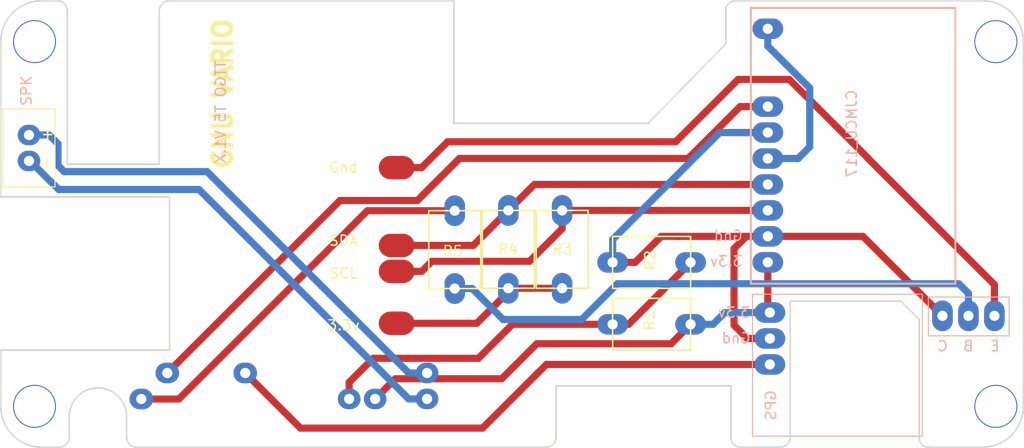
<source format=kicad_pcb>
(kicad_pcb (version 20171130) (host pcbnew "(5.0.0)")

  (general
    (thickness 1.6)
    (drawings 51)
    (tracks 114)
    (zones 0)
    (modules 15)
    (nets 15)
  )

  (page A4)
  (title_block
    (title "GNU Vario for TTGO T5")
    (date 2019-06-17)
    (rev "V 1.3")
    (company Ratamuse)
  )

  (layers
    (0 F.Cu signal)
    (31 B.Cu signal)
    (32 B.Adhes user hide)
    (33 F.Adhes user hide)
    (34 B.Paste user hide)
    (35 F.Paste user hide)
    (36 B.SilkS user)
    (37 F.SilkS user)
    (38 B.Mask user)
    (39 F.Mask user)
    (40 Dwgs.User user hide)
    (41 Cmts.User user hide)
    (42 Eco1.User user)
    (43 Eco2.User user hide)
    (44 Edge.Cuts user)
    (45 Margin user hide)
    (46 B.CrtYd user hide)
    (47 F.CrtYd user hide)
    (48 B.Fab user hide)
    (49 F.Fab user hide)
  )

  (setup
    (last_trace_width 0.7)
    (trace_clearance 0.3)
    (zone_clearance 0.1)
    (zone_45_only no)
    (trace_min 0.2)
    (segment_width 0.2)
    (edge_width 0.2)
    (via_size 0.8)
    (via_drill 0.4)
    (via_min_size 0.4)
    (via_min_drill 0.3)
    (uvia_size 0.3)
    (uvia_drill 0.1)
    (uvias_allowed no)
    (uvia_min_size 0.2)
    (uvia_min_drill 0.1)
    (pcb_text_width 0.3)
    (pcb_text_size 1.5 1.5)
    (mod_edge_width 0.15)
    (mod_text_size 1 1)
    (mod_text_width 0.15)
    (pad_size 2 2.2)
    (pad_drill 1)
    (pad_to_mask_clearance 0.2)
    (aux_axis_origin 0 0)
    (visible_elements 7FFFFFFF)
    (pcbplotparams
      (layerselection 0x010f0_ffffffff)
      (usegerberextensions true)
      (usegerberattributes true)
      (usegerberadvancedattributes false)
      (creategerberjobfile false)
      (excludeedgelayer false)
      (linewidth 0.100000)
      (plotframeref false)
      (viasonmask false)
      (mode 1)
      (useauxorigin true)
      (hpglpennumber 1)
      (hpglpenspeed 20)
      (hpglpendiameter 15.000000)
      (psnegative false)
      (psa4output false)
      (plotreference true)
      (plotvalue true)
      (plotinvisibletext false)
      (padsonsilk true)
      (subtractmaskfromsilk false)
      (outputformat 1)
      (mirror false)
      (drillshape 0)
      (scaleselection 1)
      (outputdirectory "JLCPCB/"))
  )

  (net 0 "")
  (net 1 "Net-(ESP321-Pad3)")
  (net 2 "Net-(ESP321-Pad4)")
  (net 3 "Net-(ESP321-Pad20)")
  (net 4 "Net-(ESP321-Pad23)")
  (net 5 "Net-(U1-Pad10)")
  (net 6 "Net-(J1-Pad1)")
  (net 7 "Net-(J1-Pad3)")
  (net 8 "Net-(J1-Pad4)")
  (net 9 "Net-(J1-Pad5)")
  (net 10 "Net-(Q1-Pad2)")
  (net 11 "Net-(Q1-Pad3)")
  (net 12 "Net-(ESP321-Pad12)")
  (net 13 "Net-(ESP321-Pad13)")
  (net 14 "Net-(ESP321-Pad1)")

  (net_class Default "Ceci est la Netclass par défaut."
    (clearance 0.3)
    (trace_width 0.7)
    (via_dia 0.8)
    (via_drill 0.4)
    (uvia_dia 0.3)
    (uvia_drill 0.1)
    (add_net "Net-(ESP321-Pad1)")
    (add_net "Net-(ESP321-Pad12)")
    (add_net "Net-(ESP321-Pad13)")
    (add_net "Net-(ESP321-Pad20)")
    (add_net "Net-(ESP321-Pad23)")
    (add_net "Net-(ESP321-Pad3)")
    (add_net "Net-(ESP321-Pad4)")
    (add_net "Net-(J1-Pad1)")
    (add_net "Net-(J1-Pad3)")
    (add_net "Net-(J1-Pad4)")
    (add_net "Net-(J1-Pad5)")
    (add_net "Net-(Q1-Pad2)")
    (add_net "Net-(Q1-Pad3)")
    (add_net "Net-(U1-Pad10)")
  )

  (module modules:Speaker (layer B.Cu) (tedit 5D128EBC) (tstamp 5D1290B6)
    (at 90.8 76.5 270)
    (path /5D129FC5)
    (fp_text reference SPK (at -1.8 2.8 270) (layer B.SilkS)
      (effects (font (size 1 1) (thickness 0.15)))
    )
    (fp_text value Speaker (at 3.74 5.84 270) (layer B.Adhes)
      (effects (font (size 1 1) (thickness 0.15)) (justify mirror))
    )
    (fp_text user - (at 5.25 0.89 270) (layer F.SilkS)
      (effects (font (size 1 1) (thickness 0.15)))
    )
    (fp_text user + (at 2.5 0.79 270) (layer F.SilkS)
      (effects (font (size 1 1) (thickness 0.15)))
    )
    (fp_line (start 7.62 0) (end 0 0) (layer F.SilkS) (width 0.1))
    (fp_line (start 7.62 5.08) (end 7.62 0) (layer F.SilkS) (width 0.1))
    (fp_line (start 0 5.08) (end 7.62 5.08) (layer F.SilkS) (width 0.1))
    (fp_line (start 0 0) (end 0 5.08) (layer F.SilkS) (width 0.1))
    (pad 2 thru_hole oval (at 5.08 2.54 270) (size 2 2.2) (drill 1) (layers *.Cu *.Paste *.Mask)
      (net 14 "Net-(ESP321-Pad1)"))
    (pad 1 thru_hole oval (at 2.54 2.54 270) (size 2 2.2) (drill 1) (layers *.Cu *.Paste *.Mask)
      (net 13 "Net-(ESP321-Pad13)"))
  )

  (module "modules:trou pads" (layer F.Cu) (tedit 5D129581) (tstamp 5D128189)
    (at 88.8 105.6)
    (fp_text reference REF** (at -10.9 3.8) (layer F.Fab)
      (effects (font (size 1 1) (thickness 0.15)))
    )
    (fp_text value "trou pads" (at -12.5 -0.4) (layer F.Fab)
      (effects (font (size 1 1) (thickness 0.15)))
    )
    (pad "" np_thru_hole circle (at 0 0) (size 4.2 4.2) (drill 4) (layers *.Cu *.Mask))
  )

  (module "modules:trou pads" (layer F.Cu) (tedit 5D129581) (tstamp 5D12817E)
    (at 88.8 69.9)
    (fp_text reference REF** (at -12.1 2.8) (layer F.Fab)
      (effects (font (size 1 1) (thickness 0.15)))
    )
    (fp_text value "trou pads" (at -12.5 -0.4) (layer F.Fab)
      (effects (font (size 1 1) (thickness 0.15)))
    )
    (pad "" np_thru_hole circle (at 0 0) (size 4.2 4.2) (drill 4) (layers *.Cu *.Mask))
  )

  (module "modules:trou pads" (layer F.Cu) (tedit 5D129581) (tstamp 5D128174)
    (at 182.8 69.9)
    (fp_text reference REF** (at 19.4 2.4) (layer F.Fab)
      (effects (font (size 1 1) (thickness 0.15)))
    )
    (fp_text value "trou pads" (at -12.5 -0.4) (layer F.Fab)
      (effects (font (size 1 1) (thickness 0.15)))
    )
    (pad "" np_thru_hole circle (at 0 0) (size 4.2 4.2) (drill 4) (layers *.Cu *.Mask))
  )

  (module "modules:trou pads" (layer F.Cu) (tedit 5D129581) (tstamp 5D128161)
    (at 182.8 105.6)
    (fp_text reference REF** (at -12.1 2.8) (layer F.Fab)
      (effects (font (size 1 1) (thickness 0.15)))
    )
    (fp_text value "trou pads" (at -12.5 -0.4) (layer F.Fab)
      (effects (font (size 1 1) (thickness 0.15)))
    )
    (pad "" np_thru_hole circle (at 0 0) (size 4.2 4.2) (drill 4) (layers *.Cu *.Mask))
  )

  (module modules:TTGO_T5_V1.2v2 (layer F.Cu) (tedit 5D128E03) (tstamp 5D06BB92)
    (at 127.734546 102.554532 90)
    (tags TTGO)
    (path /5CD6BCB7)
    (fp_text reference "TTGO T5 V1.X" (at 25.754532 -20.734546 90) (layer B.SilkS)
      (effects (font (size 1 1) (thickness 0.15)) (justify mirror))
    )
    (fp_text value TTGO_T5 (at 13.02 -34.57 90) (layer F.Fab)
      (effects (font (size 1 1) (thickness 0.15)))
    )
    (fp_line (start -7.06 0) (end -7.06 -35.7) (layer Dwgs.User) (width 0.15))
    (fp_line (start -7.06 -35.7) (end 20.64 -35.7) (layer Dwgs.User) (width 0.15))
    (fp_line (start 36.64 -26.7) (end 36.64 2.1) (layer Dwgs.User) (width 0.15))
    (fp_line (start 36.64 30.1) (end -7.06 30.1) (layer Dwgs.User) (width 0.15))
    (fp_line (start -7.06 12.1) (end -7.06 0) (layer Dwgs.User) (width 0.15))
    (fp_line (start -7.06 22.1) (end -1.07 22.1) (layer Dwgs.User) (width 0.15))
    (fp_line (start -1.07 22.1) (end -1.07 12.1) (layer Dwgs.User) (width 0.15))
    (fp_line (start -1.07 12.1) (end -7.06 12.1) (layer Dwgs.User) (width 0.15))
    (fp_line (start -7.06 22.1) (end -7.06 30.1) (layer Dwgs.User) (width 0.15))
    (fp_line (start 20.64 -35.7) (end 20.64 -26.7) (layer Dwgs.User) (width 0.15))
    (fp_line (start 20.64 -26.7) (end 36.64 -26.7) (layer Dwgs.User) (width 0.15))
    (fp_line (start 36.64 21.1) (end 24.64 21.1) (layer Dwgs.User) (width 0.15))
    (fp_line (start 24.64 21.1) (end 24.64 2.1) (layer Dwgs.User) (width 0.15))
    (fp_line (start 24.64 2.1) (end 36.64 2.1) (layer Dwgs.User) (width 0.15))
    (fp_line (start 36.64 21.1) (end 36.64 30.1) (layer Dwgs.User) (width 0.15))
    (fp_circle (center 33.63 25.66) (end 34.83 25.66) (layer Dwgs.User) (width 0.15))
    (fp_circle (center -4.05 -32.7) (end -2.85 -32.7) (layer Dwgs.User) (width 0.15))
    (fp_circle (center -4.05 25.68) (end -2.85 25.68) (layer Dwgs.User) (width 0.15))
    (pad "HP +" thru_hole oval (at 0.22 -0.55 90) (size 2 2.2) (drill 1) (layers *.Cu *.Paste *.Mask)
      (net 13 "Net-(ESP321-Pad13)"))
    (pad "HP -" thru_hole oval (at -2.32 -0.55 90) (size 2 2.2) (drill 1) (layers *.Cu *.Paste *.Mask)
      (net 14 "Net-(ESP321-Pad1)"))
    (pad 12 thru_hole oval (at -2.33 -28.49 90) (size 2 2.3) (drill 1) (layers *.Cu *.Paste *.Mask)
      (net 12 "Net-(ESP321-Pad12)"))
    (pad 3 thru_hole oval (at -2.32 -5.63 90) (size 2 2.2) (drill 1) (layers *.Cu *.Paste *.Mask)
      (net 1 "Net-(ESP321-Pad3)"))
    (pad 4 thru_hole oval (at -2.32 -8.17 90) (size 2 2.2) (drill 1) (layers *.Cu *.Paste *.Mask)
      (net 2 "Net-(ESP321-Pad4)"))
    (pad 20 thru_hole oval (at 0.22 -18.33 90) (size 2 2.3) (drill 1) (layers *.Cu *.Paste *.Mask)
      (net 3 "Net-(ESP321-Pad20)"))
    (pad 23 thru_hole oval (at 0.22 -25.95 90) (size 2 2.3) (drill 1) (layers *.Cu *.Paste *.Mask)
      (net 4 "Net-(ESP321-Pad23)"))
  )

  (module modules:GPS (layer F.Cu) (tedit 5D0C9FA5) (tstamp 5CF0DA1C)
    (at 160.7 96.42 270)
    (path /5CD6BEF4)
    (fp_text reference U2 (at 4.2 -7.3 270) (layer Dwgs.User)
      (effects (font (size 1 1) (thickness 0.15)) (justify mirror))
    )
    (fp_text value GPS (at 9.08 -0.1 270) (layer B.SilkS)
      (effects (font (size 1 1) (thickness 0.15)) (justify mirror))
    )
    (fp_text user Gnd (at 2.5 3.3) (layer B.SilkS)
      (effects (font (size 1 1) (thickness 0.15)) (justify mirror))
    )
    (fp_text user 3.3v (at 0 3.5) (layer B.SilkS)
      (effects (font (size 1 1) (thickness 0.15)) (justify mirror))
    )
    (fp_line (start 12.1 1.7) (end -1.8 1.7) (layer B.SilkS) (width 0.1))
    (fp_line (start 12.1 -14.9) (end 12.1 1.7) (layer B.SilkS) (width 0.1))
    (fp_line (start -1.8 -14.9) (end 12.1 -14.9) (layer B.SilkS) (width 0.1))
    (fp_line (start -1.8 1.7) (end -1.8 -14.9) (layer B.SilkS) (width 0.1))
    (pad 1 thru_hole oval (at 0 0 270) (size 2 3) (drill 1) (layers *.Cu *.Paste *.Mask)
      (net 1 "Net-(ESP321-Pad3)"))
    (pad 3 thru_hole oval (at 5.08 0 270) (size 2 3) (drill 1) (layers *.Cu *.Paste *.Mask)
      (net 3 "Net-(ESP321-Pad20)"))
    (pad 2 thru_hole oval (at 2.54 0 270) (size 2 3) (drill 1) (layers *.Cu *.Paste *.Mask)
      (net 11 "Net-(Q1-Pad3)"))
  )

  (module modules:R1 (layer F.Cu) (tedit 5D0C9F71) (tstamp 5CF0B9B1)
    (at 145.33 97.57 270)
    (path /5CD6C26E)
    (fp_text reference R1 (at -0.37 -3.57 270) (layer F.SilkS)
      (effects (font (size 1 1) (thickness 0.15)))
    )
    (fp_text value 270k (at 1.27 -2.54 270) (layer F.Fab)
      (effects (font (size 1 1) (thickness 0.15)))
    )
    (fp_line (start -2.54 0) (end -2.54 -7.62) (layer F.SilkS) (width 0.15))
    (fp_line (start 2.54 0) (end -2.54 0) (layer F.SilkS) (width 0.15))
    (fp_line (start 2.54 -7.62) (end 2.54 0) (layer F.SilkS) (width 0.15))
    (fp_line (start -2.54 -7.62) (end 2.54 -7.62) (layer F.SilkS) (width 0.15))
    (pad 2 thru_hole oval (at 0 -7.62 270) (size 2 3) (drill 1) (layers *.Cu *.Paste *.Mask)
      (net 1 "Net-(ESP321-Pad3)"))
    (pad 1 thru_hole oval (at 0 0 270) (size 2 3) (drill 1) (layers *.Cu *.Paste *.Mask)
      (net 2 "Net-(ESP321-Pad4)"))
  )

  (module modules:R2 (layer F.Cu) (tedit 5D0C9F86) (tstamp 5CF0B9BB)
    (at 145.33 91.51 270)
    (path /5CD6C1F8)
    (fp_text reference R2 (at -0.21 -3.67 270) (layer F.SilkS)
      (effects (font (size 1 1) (thickness 0.15)))
    )
    (fp_text value 1M (at 0 -3.81 270) (layer F.Fab)
      (effects (font (size 1 1) (thickness 0.15)))
    )
    (fp_line (start -2.54 0) (end -2.54 -7.62) (layer F.SilkS) (width 0.15))
    (fp_line (start 2.54 0) (end -2.54 0) (layer F.SilkS) (width 0.15))
    (fp_line (start 2.54 -7.62) (end 2.54 0) (layer F.SilkS) (width 0.15))
    (fp_line (start -2.54 -7.62) (end 2.54 -7.62) (layer F.SilkS) (width 0.15))
    (pad 2 thru_hole oval (at 0 -7.62 270) (size 2 3) (drill 1) (layers *.Cu *.Paste *.Mask)
      (net 2 "Net-(ESP321-Pad4)"))
    (pad 1 thru_hole oval (at 0 0 270) (size 2 3) (drill 1) (layers *.Cu *.Paste *.Mask)
      (net 11 "Net-(Q1-Pad3)"))
  )

  (module modules:R1 (layer F.Cu) (tedit 5D0C9F71) (tstamp 5CFD6442)
    (at 140.39 86.42 180)
    (path /5CFDF6CA)
    (fp_text reference R3 (at -0.01 -3.78 180) (layer F.SilkS)
      (effects (font (size 1 1) (thickness 0.15)))
    )
    (fp_text value 4.7k (at -7.62 -5.08 180) (layer F.Fab)
      (effects (font (size 1 1) (thickness 0.15)))
    )
    (fp_line (start -2.54 0) (end -2.54 -7.62) (layer F.SilkS) (width 0.15))
    (fp_line (start 2.54 0) (end -2.54 0) (layer F.SilkS) (width 0.15))
    (fp_line (start 2.54 -7.62) (end 2.54 0) (layer F.SilkS) (width 0.15))
    (fp_line (start -2.54 -7.62) (end 2.54 -7.62) (layer F.SilkS) (width 0.15))
    (pad 2 thru_hole oval (at 0 -7.62 180) (size 2 3) (drill 1) (layers *.Cu *.Paste *.Mask)
      (net 9 "Net-(J1-Pad5)"))
    (pad 1 thru_hole oval (at 0 0 180) (size 2 3) (drill 1) (layers *.Cu *.Paste *.Mask)
      (net 8 "Net-(J1-Pad4)"))
  )

  (module modules:R1 (layer F.Cu) (tedit 5D0C9F71) (tstamp 5CFD645D)
    (at 135.13 86.42 180)
    (path /5CFDE7EF)
    (fp_text reference R4 (at 0.03 -3.78 180) (layer F.SilkS)
      (effects (font (size 1 1) (thickness 0.15)))
    )
    (fp_text value 4.7k (at -7.62 -5.08 180) (layer F.Fab)
      (effects (font (size 1 1) (thickness 0.15)))
    )
    (fp_line (start -2.54 0) (end -2.54 -7.62) (layer F.SilkS) (width 0.15))
    (fp_line (start 2.54 0) (end -2.54 0) (layer F.SilkS) (width 0.15))
    (fp_line (start 2.54 -7.62) (end 2.54 0) (layer F.SilkS) (width 0.15))
    (fp_line (start -2.54 -7.62) (end 2.54 -7.62) (layer F.SilkS) (width 0.15))
    (pad 2 thru_hole oval (at 0 -7.62 180) (size 2 3) (drill 1) (layers *.Cu *.Paste *.Mask)
      (net 9 "Net-(J1-Pad5)"))
    (pad 1 thru_hole oval (at 0 0 180) (size 2 3) (drill 1) (layers *.Cu *.Paste *.Mask)
      (net 7 "Net-(J1-Pad3)"))
  )

  (module modules:PinHeader_1x05_P2.54mm_Vertical_ttgo (layer F.Cu) (tedit 5D0F7593) (tstamp 5D0B5D11)
    (at 124.21 84.77)
    (descr "Through hole straight pin header, 1x05, 2.54mm pitch, single row")
    (tags "Through hole pin header THT 1x05 2.54mm single row")
    (path /5CFFB39D)
    (fp_text reference J1 (at 0 -2.33) (layer Dwgs.User)
      (effects (font (size 1 1) (thickness 0.15)))
    )
    (fp_text value Conn_01x05 (at 0 12.49) (layer Dwgs.User)
      (effects (font (size 1 1) (thickness 0.15)))
    )
    (fp_text user Gnd (at -5.21 -2.57) (layer F.SilkS)
      (effects (font (size 1 1) (thickness 0.15)))
    )
    (fp_text user SDA (at -5.2 4.6) (layer F.SilkS)
      (effects (font (size 1 1) (thickness 0.15)))
    )
    (fp_text user SCL (at -5.2 7.8) (layer F.SilkS)
      (effects (font (size 1 1) (thickness 0.15)))
    )
    (fp_text user 3.3v (at -5.2 12.9) (layer F.SilkS)
      (effects (font (size 1 1) (thickness 0.15)))
    )
    (pad 5 smd oval (at 0 12.7) (size 3.5 2.3) (layers F.Cu F.Paste F.Mask)
      (net 9 "Net-(J1-Pad5)"))
    (pad 4 smd oval (at 0 7.62) (size 3.5 2.3) (layers F.Cu F.Paste F.Mask)
      (net 8 "Net-(J1-Pad4)"))
    (pad 3 smd oval (at 0 5.08) (size 3.5 2.3) (layers F.Cu F.Paste F.Mask)
      (net 7 "Net-(J1-Pad3)"))
    (pad 1 smd oval (at 0 -2.54) (size 3.5 2.3) (layers F.Cu F.Paste F.Mask)
      (net 6 "Net-(J1-Pad1)"))
    (model ${KISYS3DMOD}/Connector_PinHeader_2.54mm.3dshapes/PinHeader_1x05_P2.54mm_Vertical.wrl
      (at (xyz 0 0 0))
      (scale (xyz 1 1 1))
      (rotate (xyz 0 0 0))
    )
  )

  (module modules:R1 (layer F.Cu) (tedit 5D0C9F71) (tstamp 5D035009)
    (at 129.89 86.45 180)
    (path /5D033FE3)
    (fp_text reference R5 (at 0.19 -3.95 180) (layer F.SilkS)
      (effects (font (size 1 1) (thickness 0.15)))
    )
    (fp_text value 1K (at -7.62 -5.08 180) (layer F.Fab)
      (effects (font (size 1 1) (thickness 0.15)))
    )
    (fp_line (start -2.54 0) (end -2.54 -7.62) (layer F.SilkS) (width 0.15))
    (fp_line (start 2.54 0) (end -2.54 0) (layer F.SilkS) (width 0.15))
    (fp_line (start 2.54 -7.62) (end 2.54 0) (layer F.SilkS) (width 0.15))
    (fp_line (start -2.54 -7.62) (end 2.54 -7.62) (layer F.SilkS) (width 0.15))
    (pad 2 thru_hole oval (at 0 -7.62 180) (size 2 3) (drill 1) (layers *.Cu *.Paste *.Mask)
      (net 10 "Net-(Q1-Pad2)"))
    (pad 1 thru_hole oval (at 0 0 180) (size 2 3) (drill 1) (layers *.Cu *.Paste *.Mask)
      (net 12 "Net-(ESP321-Pad12)"))
  )

  (module modules:Transistor (layer F.Cu) (tedit 5D0CA275) (tstamp 5D03A8E9)
    (at 185.2 94.2 180)
    (path /5D03B273)
    (fp_text reference Q1 (at 3.1 1.3 180) (layer Dwgs.User)
      (effects (font (size 1 1) (thickness 0.15)))
    )
    (fp_text value S8050 (at -10.4 -0.4 180) (layer Dwgs.User)
      (effects (font (size 1 1) (thickness 0.15)))
    )
    (fp_text user E (at 2.5 -5.5 180) (layer B.SilkS)
      (effects (font (size 1 1) (thickness 0.15)) (justify mirror))
    )
    (fp_text user B (at 5.1 -5.5 180) (layer B.SilkS)
      (effects (font (size 1 1) (thickness 0.15)) (justify mirror))
    )
    (fp_text user C (at 7.6 -5.5 180) (layer B.SilkS)
      (effects (font (size 1 1) (thickness 0.15)) (justify mirror))
    )
    (fp_line (start 1.1 -4.5) (end 9 -4.5) (layer B.SilkS) (width 0.1))
    (fp_line (start 1.1 -0.7) (end 1.1 -4.5) (layer B.SilkS) (width 0.1))
    (fp_line (start 9 -0.7) (end 9 -4.5) (layer B.SilkS) (width 0.1))
    (fp_line (start 1.1 -0.7) (end 9 -0.7) (layer B.SilkS) (width 0.1))
    (pad 3 thru_hole oval (at 7.62 -2.54 180) (size 2 3) (drill 1) (layers *.Cu *.Paste *.Mask)
      (net 11 "Net-(Q1-Pad3)"))
    (pad 2 thru_hole oval (at 5.08 -2.54 180) (size 2 3) (drill 1) (layers *.Cu *.Paste *.Mask)
      (net 10 "Net-(Q1-Pad2)"))
    (pad 1 thru_hole oval (at 2.54 -2.54 180) (size 2 3) (drill 1) (layers *.Cu *.Paste *.Mask)
      (net 6 "Net-(J1-Pad1)"))
  )

  (module modules:CJMCU-1000F (layer B.Cu) (tedit 5D1294A1) (tstamp 5CD9ABB2)
    (at 163.04 78.8 270)
    (path /5CD6C16D)
    (fp_text reference U1 (at 0 -6.35 270) (layer Dwgs.User)
      (effects (font (size 1 1) (thickness 0.15)))
    )
    (fp_text value CJMCU_117 (at 0.1 -5.66 270) (layer B.SilkS)
      (effects (font (size 1 1) (thickness 0.15)) (justify mirror))
    )
    (fp_line (start -12.2 4.2) (end 14.8 4.2) (layer B.SilkS) (width 0.2))
    (fp_line (start -12.2 -15.8) (end -12.2 4.2) (layer B.SilkS) (width 0.2))
    (fp_line (start 14.8 4.2) (end 14.8 -15.8) (layer B.SilkS) (width 0.2))
    (fp_line (start 14.8 -15.8) (end -12.2 -15.8) (layer B.SilkS) (width 0.2))
    (fp_text user 3.3v (at 12.6 6.6 180) (layer B.SilkS)
      (effects (font (size 1 1) (thickness 0.15)) (justify mirror))
    )
    (fp_text user Gnd (at 10.1 6.4 180) (layer B.SilkS)
      (effects (font (size 1 1) (thickness 0.15)) (justify mirror))
    )
    (pad 1 thru_hole oval (at 12.7 2.54 270) (size 2 3) (drill 1) (layers *.Cu *.Paste *.Mask)
      (net 1 "Net-(ESP321-Pad3)"))
    (pad 2 thru_hole oval (at 10.16 2.54 270) (size 2 3) (drill 1) (layers *.Cu *.Paste *.Mask)
      (net 11 "Net-(Q1-Pad3)"))
    (pad 3 thru_hole oval (at 7.62 2.54 270) (size 2 3) (drill 1) (layers *.Cu *.Paste *.Mask)
      (net 8 "Net-(J1-Pad4)"))
    (pad 4 thru_hole oval (at 5.08 2.54 270) (size 2 3) (drill 1) (layers *.Cu *.Paste *.Mask)
      (net 7 "Net-(J1-Pad3)"))
    (pad 7 thru_hole oval (at -2.54 2.54 270) (size 2 3) (drill 1) (layers *.Cu *.Paste *.Mask)
      (net 4 "Net-(ESP321-Pad23)"))
    (pad 5 thru_hole oval (at 2.54 2.54 270) (size 2 3) (drill 1) (layers *.Cu *.Paste *.Mask)
      (net 5 "Net-(U1-Pad10)"))
    (pad 6 thru_hole oval (at 0 2.54 270) (size 2 3) (drill 1) (layers *.Cu *.Paste *.Mask)
      (net 11 "Net-(Q1-Pad3)"))
    (pad 10 thru_hole oval (at -10.16 2.54 270) (size 2 3) (drill 1) (layers *.Cu *.Paste *.Mask)
      (net 5 "Net-(U1-Pad10)"))
  )

  (gr_line (start 162.7 95.3) (end 173.5 95.3) (layer Edge.Cuts) (width 0.15))
  (gr_arc (start 161.7 108.6) (end 161.7 109.6) (angle -90) (layer Edge.Cuts) (width 0.15) (tstamp 5D127FDA))
  (gr_arc (start 176.2 108.7) (end 175.3 108.7) (angle -90) (layer Edge.Cuts) (width 0.15) (tstamp 5D127FCE))
  (gr_line (start 175.3 97.1) (end 175.3 108.8) (layer Edge.Cuts) (width 0.15))
  (gr_line (start 173.5 95.3) (end 175.3 97.1) (layer Edge.Cuts) (width 0.15))
  (gr_line (start 162.7 95.3) (end 162.7 108.6) (layer Edge.Cuts) (width 0.15))
  (gr_circle (center 88.8 105.6) (end 90.8 105.6) (layer Eco1.User) (width 0.2))
  (gr_circle (center 88.8 69.9) (end 90.8 69.9) (layer Eco1.User) (width 0.2))
  (gr_circle (center 182.8 69.9) (end 184.8 69.9) (layer Eco1.User) (width 0.2))
  (gr_circle (center 182.8 105.6) (end 184.8 105.6) (layer Eco1.User) (width 0.2))
  (gr_arc (start 157.8 108.7) (end 156.9 108.7) (angle -90) (layer Edge.Cuts) (width 0.15))
  (gr_line (start 85.5 69.9) (end 85.5 85.1) (layer Edge.Cuts) (width 0.15))
  (gr_line (start 102 100.1) (end 85.5 100.1) (layer Edge.Cuts) (width 0.15))
  (gr_line (start 102 85.1) (end 102 100.1) (layer Edge.Cuts) (width 0.15))
  (gr_line (start 101 85.1) (end 102 85.1) (layer Edge.Cuts) (width 0.15))
  (gr_line (start 101 85.1) (end 85.5 85.1) (layer Edge.Cuts) (width 0.15))
  (gr_line (start 148.8 77.9) (end 156.4 70.1) (layer Edge.Cuts) (width 0.15))
  (gr_line (start 129.8 77.9) (end 148.8 77.9) (layer Edge.Cuts) (width 0.15))
  (gr_line (start 129.8 65.9) (end 129.8 77.9) (layer Edge.Cuts) (width 0.15))
  (gr_line (start 157.8 109.6) (end 161.7 109.6) (layer Edge.Cuts) (width 0.15))
  (gr_line (start 175.7 65.9) (end 162.4 65.9) (layer Edge.Cuts) (width 0.15))
  (gr_line (start 162.4 65.9) (end 157.4 65.9) (layer Edge.Cuts) (width 0.15))
  (gr_arc (start 157.355188 66.896001) (end 157.4 65.9) (angle -75.35856355) (layer Edge.Cuts) (width 0.15) (tstamp 5CFD815A))
  (gr_line (start 156.4 66.6) (end 156.4 70.1) (layer Edge.Cuts) (width 0.15) (tstamp 5CFD8159))
  (gr_arc (start 98.8 108.6) (end 97.8 108.6) (angle -90) (layer Edge.Cuts) (width 0.15))
  (gr_arc (start 91.198215 108.6) (end 91.198215 109.6) (angle -90) (layer Edge.Cuts) (width 0.15))
  (gr_arc (start 95 106.6) (end 97.8 106.5) (angle -177.9545915) (layer Edge.Cuts) (width 0.15))
  (gr_line (start 97.8 108.6) (end 97.8 106.6) (layer Edge.Cuts) (width 0.15))
  (gr_line (start 92.198215 108.6) (end 92.198215 106.6) (layer Edge.Cuts) (width 0.15))
  (gr_arc (start 138.8 108.6) (end 138.8 109.6) (angle -90) (layer Edge.Cuts) (width 0.15))
  (gr_arc (start 102 66.9) (end 102 65.9) (angle -90) (layer Edge.Cuts) (width 0.15))
  (gr_arc (start 91 66.9) (end 92 66.9) (angle -90) (layer Edge.Cuts) (width 0.15))
  (gr_arc (start 89.5 69.9) (end 89.5 65.9) (angle -90) (layer Edge.Cuts) (width 0.15))
  (gr_arc (start 89.5 105.6) (end 85.5 105.6) (angle -90) (layer Edge.Cuts) (width 0.15))
  (gr_arc (start 181.5 105.6) (end 181.5 109.6) (angle -90) (layer Edge.Cuts) (width 0.15))
  (gr_arc (start 181.5 69.9) (end 185.5 69.9) (angle -90) (layer Edge.Cuts) (width 0.15))
  (gr_line (start 156.9 103.6) (end 139.8 103.6) (layer Edge.Cuts) (width 0.15))
  (gr_line (start 139.8 103.6) (end 139.8 108.6) (layer Edge.Cuts) (width 0.15))
  (gr_line (start 156.9 108.7) (end 156.9 103.6) (layer Edge.Cuts) (width 0.15))
  (gr_line (start 138.8 109.6) (end 98.8 109.6) (layer Edge.Cuts) (width 0.15))
  (gr_line (start 181.5 109.6) (end 176.3 109.6) (layer Edge.Cuts) (width 0.15))
  (gr_line (start 185.5 69.9) (end 185.5 105.6) (layer Edge.Cuts) (width 0.15))
  (gr_line (start 175.7 65.9) (end 181.5 65.9) (layer Edge.Cuts) (width 0.15))
  (gr_line (start 102 65.9) (end 129.8 65.9) (layer Edge.Cuts) (width 0.15))
  (gr_line (start 101 81.9) (end 101 66.9) (layer Edge.Cuts) (width 0.15))
  (gr_line (start 92 81.9) (end 101 81.9) (layer Edge.Cuts) (width 0.15))
  (gr_line (start 92 66.9) (end 92 81.9) (layer Edge.Cuts) (width 0.15))
  (gr_line (start 89.5 65.9) (end 91 65.9) (layer Edge.Cuts) (width 0.15))
  (gr_line (start 85.5 105.6) (end 85.5 100.1) (layer Edge.Cuts) (width 0.15))
  (gr_line (start 91.2 109.6) (end 89.5 109.6) (layer Edge.Cuts) (width 0.15))
  (gr_text "GNU VARIO\n" (at 107.2 74.99 90) (layer F.SilkS)
    (effects (font (size 1.8 1.8) (thickness 0.45)))
  )

  (segment (start 160.7 91.7) (end 160.5 91.5) (width 0.7) (layer F.Cu) (net 1))
  (segment (start 160.5 96.22) (end 160.7 96.42) (width 0.7) (layer F.Cu) (net 1))
  (segment (start 160.5 91.5) (end 160.5 96.22) (width 0.7) (layer F.Cu) (net 1))
  (segment (start 151.800001 98.719999) (end 152.95 97.57) (width 0.7) (layer F.Cu) (net 1))
  (segment (start 151.049999 99.470001) (end 151.800001 98.719999) (width 0.7) (layer F.Cu) (net 1))
  (segment (start 137.915773 99.470001) (end 151.049999 99.470001) (width 0.7) (layer F.Cu) (net 1))
  (segment (start 134.485764 102.90001) (end 137.915773 99.470001) (width 0.7) (layer F.Cu) (net 1))
  (segment (start 124.079068 102.90001) (end 134.485764 102.90001) (width 0.7) (layer F.Cu) (net 1))
  (segment (start 122.104546 104.874532) (end 124.079068 102.90001) (width 0.7) (layer F.Cu) (net 1))
  (segment (start 158.5 96.42) (end 158.5 96.42) (width 0.7) (layer B.Cu) (net 1))
  (segment (start 155.15 97.57) (end 156.3 96.42) (width 0.7) (layer B.Cu) (net 1))
  (segment (start 156.3 96.42) (end 158.5 96.42) (width 0.7) (layer B.Cu) (net 1))
  (segment (start 155.15 97.57) (end 155.15 97.57) (width 0.7) (layer B.Cu) (net 1) (tstamp 5D125B24))
  (segment (start 152.95 97.57) (end 155.15 97.57) (width 0.7) (layer B.Cu) (net 1))
  (segment (start 158.5 96.42) (end 160.7 96.42) (width 0.7) (layer B.Cu) (net 1))
  (segment (start 146.89 97.57) (end 145.33 97.57) (width 0.7) (layer F.Cu) (net 2))
  (segment (start 152.95 91.51) (end 146.89 97.57) (width 0.7) (layer F.Cu) (net 2))
  (segment (start 119.564546 103.248187) (end 119.564546 104.874532) (width 0.7) (layer F.Cu) (net 2))
  (segment (start 121.912733 100.9) (end 119.564546 103.248187) (width 0.7) (layer F.Cu) (net 2))
  (segment (start 132.2 100.9) (end 121.912733 100.9) (width 0.7) (layer F.Cu) (net 2))
  (segment (start 145.33 97.57) (end 135.53 97.57) (width 0.7) (layer F.Cu) (net 2))
  (segment (start 135.53 97.57) (end 132.2 100.9) (width 0.7) (layer F.Cu) (net 2))
  (segment (start 160.7 101.5) (end 138.85 101.5) (width 0.7) (layer F.Cu) (net 3))
  (segment (start 138.05 102.3) (end 138.04 102.3) (width 0.7) (layer F.Cu) (net 3))
  (segment (start 138.85 101.5) (end 138.05 102.3) (width 0.7) (layer F.Cu) (net 3))
  (segment (start 138.04 102.3) (end 132.61 107.73) (width 0.7) (layer F.Cu) (net 3))
  (segment (start 114.800014 107.73) (end 109.404546 102.334532) (width 0.7) (layer F.Cu) (net 3))
  (segment (start 132.61 107.73) (end 114.800014 107.73) (width 0.7) (layer F.Cu) (net 3))
  (segment (start 159.06316 76.26) (end 160.5 76.26) (width 0.7) (layer F.Cu) (net 4))
  (segment (start 128.58 83.11) (end 130.36 81.33) (width 0.7) (layer F.Cu) (net 4))
  (segment (start 126.63 85.05) (end 128.57 83.11) (width 0.7) (layer F.Cu) (net 4))
  (segment (start 128.57 83.11) (end 128.58 83.11) (width 0.7) (layer F.Cu) (net 4))
  (segment (start 158.3 76.26) (end 160.5 76.26) (width 0.7) (layer F.Cu) (net 4))
  (segment (start 157.785998 76.26) (end 158.3 76.26) (width 0.7) (layer F.Cu) (net 4))
  (segment (start 152.715998 81.33) (end 157.785998 76.26) (width 0.7) (layer F.Cu) (net 4))
  (segment (start 130.36 81.33) (end 152.715998 81.33) (width 0.7) (layer F.Cu) (net 4))
  (segment (start 126.24001 85.44999) (end 130.36 81.33) (width 0.7) (layer F.Cu) (net 4))
  (segment (start 118.669088 85.44999) (end 126.24001 85.44999) (width 0.7) (layer F.Cu) (net 4))
  (segment (start 101.784546 102.334532) (end 118.669088 85.44999) (width 0.7) (layer F.Cu) (net 4))
  (segment (start 163.46 81.34) (end 163.46 81.34) (width 0.7) (layer B.Cu) (net 5))
  (segment (start 160.5 70.34) (end 160.5 68.64) (width 0.7) (layer B.Cu) (net 5))
  (segment (start 164.6 74.44) (end 160.5 70.34) (width 0.7) (layer B.Cu) (net 5))
  (segment (start 164.6 80.2) (end 164.6 74.44) (width 0.7) (layer B.Cu) (net 5))
  (segment (start 160.5 81.34) (end 163.46 81.34) (width 0.7) (layer B.Cu) (net 5))
  (segment (start 163.46 81.34) (end 164.6 80.2) (width 0.7) (layer B.Cu) (net 5))
  (segment (start 170.24 81.27) (end 182.66 93.69) (width 0.7) (layer F.Cu) (net 6))
  (segment (start 182.66 96.74) (end 182.66 93.69) (width 0.7) (layer F.Cu) (net 6))
  (segment (start 170.24 81.27) (end 170.24 81.24) (width 0.7) (layer F.Cu) (net 6))
  (segment (start 170.24 81.24) (end 162.6 73.6) (width 0.7) (layer F.Cu) (net 6))
  (segment (start 162.6 73.6) (end 157.6 73.6) (width 0.7) (layer F.Cu) (net 6))
  (segment (start 157.6 73.6) (end 151.5 79.7) (width 0.7) (layer F.Cu) (net 6))
  (segment (start 126.66 82.23) (end 124.21 82.23) (width 0.7) (layer F.Cu) (net 6))
  (segment (start 129.19 79.7) (end 126.66 82.23) (width 0.7) (layer F.Cu) (net 6))
  (segment (start 151.5 79.7) (end 129.19 79.7) (width 0.7) (layer F.Cu) (net 6))
  (segment (start 135.13 86.42) (end 137.29 84.26) (width 0.7) (layer F.Cu) (net 7))
  (segment (start 137.67 83.88) (end 137.29 84.26) (width 0.7) (layer F.Cu) (net 7))
  (segment (start 160.5 83.88) (end 137.67 83.88) (width 0.7) (layer F.Cu) (net 7))
  (segment (start 131.7 89.85) (end 124.21 89.85) (width 0.7) (layer F.Cu) (net 7))
  (segment (start 135.13 86.42) (end 131.7 89.85) (width 0.7) (layer F.Cu) (net 7))
  (segment (start 145.92 86.42) (end 160.5 86.42) (width 0.7) (layer F.Cu) (net 8))
  (segment (start 145.92 86.42) (end 140.39 86.42) (width 0.7) (layer F.Cu) (net 8))
  (segment (start 140.39 88.21) (end 140.39 86.42) (width 0.7) (layer F.Cu) (net 8))
  (segment (start 137.2 91.4) (end 140.39 88.21) (width 0.7) (layer F.Cu) (net 8))
  (segment (start 127.65 91.4) (end 137.2 91.4) (width 0.7) (layer F.Cu) (net 8))
  (segment (start 126.66 92.39) (end 127.65 91.4) (width 0.7) (layer F.Cu) (net 8))
  (segment (start 124.21 92.39) (end 126.66 92.39) (width 0.7) (layer F.Cu) (net 8))
  (segment (start 140.39 94.04) (end 135.13 94.04) (width 0.7) (layer F.Cu) (net 9))
  (segment (start 135.13 94.39) (end 135.13 94.04) (width 0.7) (layer F.Cu) (net 9))
  (segment (start 132.05 97.47) (end 135.13 94.39) (width 0.7) (layer F.Cu) (net 9))
  (segment (start 124.21 97.47) (end 132.05 97.47) (width 0.7) (layer F.Cu) (net 9))
  (segment (start 180.12 94.54) (end 180.12 96.74) (width 0.7) (layer B.Cu) (net 10))
  (segment (start 131.59 94.07) (end 134.62 97.1) (width 0.7) (layer B.Cu) (net 10))
  (segment (start 129.89 94.07) (end 131.59 94.07) (width 0.7) (layer B.Cu) (net 10))
  (segment (start 134.62 97.1) (end 142.3 97.1) (width 0.7) (layer B.Cu) (net 10))
  (segment (start 142.3 97.1) (end 145.8 93.6) (width 0.7) (layer B.Cu) (net 10))
  (segment (start 145.8 93.6) (end 179.18 93.6) (width 0.7) (layer B.Cu) (net 10))
  (segment (start 179.18 93.6) (end 180.12 94.54) (width 0.7) (layer B.Cu) (net 10))
  (segment (start 162.76 88.96) (end 160.5 88.96) (width 0.7) (layer F.Cu) (net 11))
  (segment (start 177.58 96.74) (end 169.8 88.96) (width 0.7) (layer F.Cu) (net 11))
  (segment (start 169.8 88.96) (end 162.76 88.96) (width 0.7) (layer F.Cu) (net 11))
  (segment (start 159.073655 98.96) (end 160.7 98.96) (width 0.7) (layer F.Cu) (net 11))
  (segment (start 150.08 88.96) (end 151.93 88.96) (width 0.7) (layer F.Cu) (net 11))
  (segment (start 147.53 91.51) (end 150.08 88.96) (width 0.7) (layer F.Cu) (net 11))
  (segment (start 145.33 91.51) (end 147.53 91.51) (width 0.7) (layer F.Cu) (net 11))
  (segment (start 151.93 88.96) (end 151.45 88.96) (width 0.7) (layer F.Cu) (net 11))
  (segment (start 157.2 90.16) (end 158.4 88.96) (width 0.7) (layer F.Cu) (net 11))
  (segment (start 157.2 97.66) (end 157.2 90.16) (width 0.7) (layer F.Cu) (net 11))
  (segment (start 158.5 98.96) (end 157.2 97.66) (width 0.7) (layer F.Cu) (net 11))
  (segment (start 160.7 98.96) (end 158.5 98.96) (width 0.7) (layer F.Cu) (net 11))
  (segment (start 160.5 88.96) (end 158.4 88.96) (width 0.7) (layer F.Cu) (net 11))
  (segment (start 158.4 88.96) (end 151.93 88.96) (width 0.7) (layer F.Cu) (net 11))
  (segment (start 160.4 78.9) (end 160.5 78.8) (width 0.7) (layer F.Cu) (net 11))
  (segment (start 156.8 78.8) (end 160.5 78.8) (width 0.7) (layer B.Cu) (net 11))
  (segment (start 145.33 89.27) (end 145.33 91.51) (width 0.7) (layer B.Cu) (net 11))
  (segment (start 160.5 78.8) (end 155.8 78.8) (width 0.7) (layer B.Cu) (net 11))
  (segment (start 155.8 78.8) (end 145.33 89.27) (width 0.7) (layer B.Cu) (net 11))
  (segment (start 121.35 86.45) (end 129.89 86.45) (width 0.7) (layer F.Cu) (net 12))
  (segment (start 99.244546 104.884532) (end 102.915468 104.884532) (width 0.7) (layer F.Cu) (net 12))
  (segment (start 102.915468 104.884532) (end 121.35 86.45) (width 0.7) (layer F.Cu) (net 12))
  (segment (start 125.384546 102.334532) (end 105.675024 82.62501) (width 0.7) (layer B.Cu) (net 13))
  (segment (start 127.184546 102.334532) (end 125.384546 102.334532) (width 0.7) (layer B.Cu) (net 13))
  (segment (start 105.675024 82.62501) (end 91.699692 82.62501) (width 0.7) (layer B.Cu) (net 13))
  (segment (start 91.699692 82.62501) (end 91.1 82.025318) (width 0.7) (layer B.Cu) (net 13))
  (segment (start 90.24 79.04) (end 88.26 79.04) (width 0.7) (layer B.Cu) (net 13))
  (segment (start 91.1 82.025318) (end 91.1 79.9) (width 0.7) (layer B.Cu) (net 13))
  (segment (start 91.1 79.9) (end 90.24 79.04) (width 0.7) (layer B.Cu) (net 13))
  (segment (start 88.36 81.58) (end 88.26 81.58) (width 0.7) (layer B.Cu) (net 14))
  (segment (start 90.40502 83.62502) (end 88.36 81.58) (width 0.7) (layer B.Cu) (net 14))
  (segment (start 127.184546 104.874532) (end 125.384546 104.874532) (width 0.7) (layer B.Cu) (net 14))
  (segment (start 90.40502 83.62502) (end 90.42502 83.62502) (width 0.7) (layer B.Cu) (net 14))
  (segment (start 104.885004 84.37499) (end 106.5 85.989986) (width 0.7) (layer B.Cu) (net 14))
  (segment (start 91.17499 84.37499) (end 104.885004 84.37499) (width 0.7) (layer B.Cu) (net 14))
  (segment (start 90.42502 83.62502) (end 91.17499 84.37499) (width 0.7) (layer B.Cu) (net 14))
  (segment (start 125.384546 104.874532) (end 106.5 85.989986) (width 0.7) (layer B.Cu) (net 14))

)

</source>
